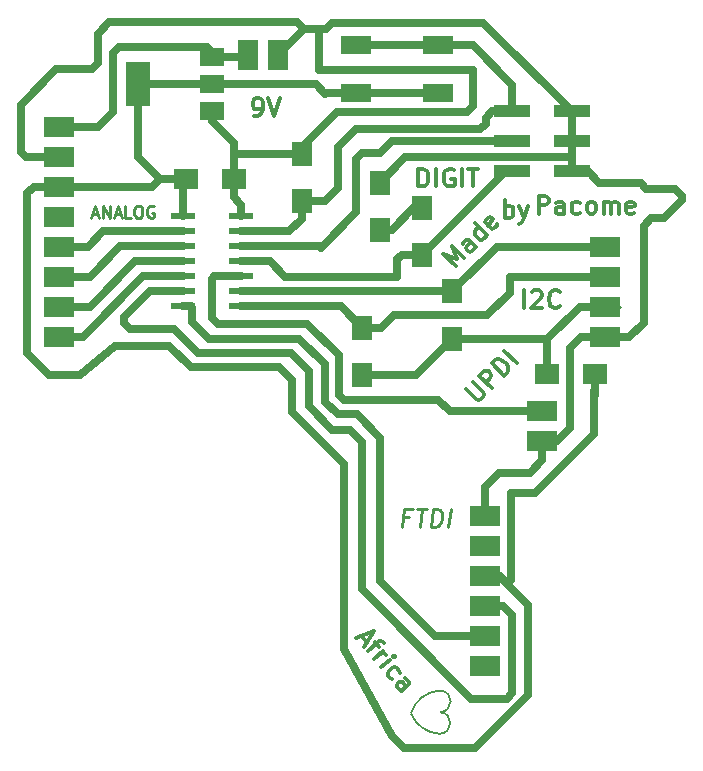
<source format=gbr>
%TF.GenerationSoftware,KiCad,Pcbnew,(6.0.0)*%
%TF.CreationDate,2022-03-10T16:25:04+01:00*%
%TF.ProjectId,ATtiny-hello,41547469-6e79-42d6-9865-6c6c6f2e6b69,rev?*%
%TF.SameCoordinates,Original*%
%TF.FileFunction,Copper,L1,Top*%
%TF.FilePolarity,Positive*%
%FSLAX46Y46*%
G04 Gerber Fmt 4.6, Leading zero omitted, Abs format (unit mm)*
G04 Created by KiCad (PCBNEW (6.0.0)) date 2022-03-10 16:25:04*
%MOMM*%
%LPD*%
G01*
G04 APERTURE LIST*
%TA.AperFunction,NonConductor*%
%ADD10C,0.200000*%
%TD*%
%ADD11C,0.300000*%
%TA.AperFunction,NonConductor*%
%ADD12C,0.300000*%
%TD*%
%ADD13C,0.250000*%
%TA.AperFunction,NonConductor*%
%ADD14C,0.250000*%
%TD*%
%TA.AperFunction,SMDPad,CuDef*%
%ADD15R,2.500000X1.700000*%
%TD*%
%TA.AperFunction,SMDPad,CuDef*%
%ADD16R,2.000000X1.500000*%
%TD*%
%TA.AperFunction,SMDPad,CuDef*%
%ADD17R,2.000000X3.800000*%
%TD*%
%TA.AperFunction,SMDPad,CuDef*%
%ADD18R,3.150000X1.000000*%
%TD*%
%TA.AperFunction,SMDPad,CuDef*%
%ADD19R,2.000000X1.700000*%
%TD*%
%TA.AperFunction,SMDPad,CuDef*%
%ADD20R,1.700000X2.000000*%
%TD*%
%TA.AperFunction,SMDPad,CuDef*%
%ADD21R,2.500000X1.500000*%
%TD*%
%TA.AperFunction,SMDPad,CuDef*%
%ADD22R,2.000000X0.600000*%
%TD*%
%TA.AperFunction,SMDPad,CuDef*%
%ADD23R,1.700000X2.500000*%
%TD*%
%TA.AperFunction,Conductor*%
%ADD24C,0.700000*%
%TD*%
%TA.AperFunction,Conductor*%
%ADD25C,0.250000*%
%TD*%
G04 APERTURE END LIST*
D10*
X36114967Y16910378D02*
G75*
G03*
X38502567Y15233978I2563771J1112971D01*
G01*
X38553367Y15233977D02*
G75*
G03*
X38602031Y17057871I-40799J913685D01*
G01*
X38527967Y18891578D02*
G75*
G03*
X36114967Y17011978I186649J-2728302D01*
G01*
X38578767Y17062777D02*
G75*
G03*
X38627431Y18886671I-40799J913685D01*
G01*
D11*
D12*
X40755155Y44416661D02*
X41613784Y43558031D01*
X41765307Y43507524D01*
X41866323Y43507524D01*
X42017845Y43558031D01*
X42219876Y43760062D01*
X42270384Y43911585D01*
X42270384Y44012600D01*
X42219876Y44164123D01*
X41361246Y45022753D01*
X42926983Y44467169D02*
X41866323Y45527829D01*
X42270384Y45931890D01*
X42421906Y45982398D01*
X42522922Y45982398D01*
X42674445Y45931890D01*
X42825967Y45780367D01*
X42876475Y45628844D01*
X42876475Y45527829D01*
X42825967Y45376306D01*
X42421906Y44972245D01*
X43987643Y45527829D02*
X42926983Y46588489D01*
X43179521Y46841027D01*
X43381551Y46942043D01*
X43583582Y46942043D01*
X43735105Y46891535D01*
X43987643Y46740012D01*
X44139166Y46588489D01*
X44290689Y46335951D01*
X44341196Y46184428D01*
X44341196Y45982398D01*
X44240181Y45780367D01*
X43987643Y45527829D01*
X45048303Y46588489D02*
X43987643Y47649149D01*
D11*
D12*
X39913194Y54800417D02*
X38852534Y55861077D01*
X39963702Y55457016D01*
X39559641Y56568184D01*
X40620301Y55507524D01*
X41579946Y56467169D02*
X41024362Y57022753D01*
X40872839Y57073260D01*
X40721316Y57022753D01*
X40519286Y56820722D01*
X40468778Y56669199D01*
X41529438Y56517676D02*
X41478930Y56366154D01*
X41226392Y56113615D01*
X41074869Y56063108D01*
X40923347Y56113615D01*
X40822331Y56214631D01*
X40771824Y56366154D01*
X40822331Y56517676D01*
X41074869Y56770215D01*
X41125377Y56921737D01*
X42539591Y57426814D02*
X41478930Y58487474D01*
X42489083Y57477321D02*
X42438575Y57325798D01*
X42236545Y57123768D01*
X42085022Y57073260D01*
X41984007Y57073260D01*
X41832484Y57123768D01*
X41529438Y57426814D01*
X41478930Y57578337D01*
X41478930Y57679352D01*
X41529438Y57830875D01*
X41731469Y58032905D01*
X41882991Y58083413D01*
X43398220Y58386459D02*
X43347713Y58234936D01*
X43145682Y58032905D01*
X42994159Y57982398D01*
X42842636Y58032905D01*
X42438575Y58436966D01*
X42388068Y58588489D01*
X42438575Y58740012D01*
X42640606Y58942043D01*
X42792129Y58992550D01*
X42943652Y58942043D01*
X43044667Y58841027D01*
X42640606Y58234936D01*
D11*
D12*
X45687951Y51273496D02*
X45687951Y52773496D01*
X46330808Y52630639D02*
X46402237Y52702068D01*
X46545094Y52773496D01*
X46902237Y52773496D01*
X47045094Y52702068D01*
X47116522Y52630639D01*
X47187951Y52487782D01*
X47187951Y52344925D01*
X47116522Y52130639D01*
X46259379Y51273496D01*
X47187951Y51273496D01*
X48687951Y51416353D02*
X48616522Y51344925D01*
X48402237Y51273496D01*
X48259379Y51273496D01*
X48045094Y51344925D01*
X47902237Y51487782D01*
X47830808Y51630639D01*
X47759379Y51916353D01*
X47759379Y52130639D01*
X47830808Y52416353D01*
X47902237Y52559210D01*
X48045094Y52702068D01*
X48259379Y52773496D01*
X48402237Y52773496D01*
X48616522Y52702068D01*
X48687951Y52630639D01*
D11*
D12*
X36723665Y61573496D02*
X36723665Y63073496D01*
X37080808Y63073496D01*
X37295094Y63002068D01*
X37437951Y62859210D01*
X37509379Y62716353D01*
X37580808Y62430639D01*
X37580808Y62216353D01*
X37509379Y61930639D01*
X37437951Y61787782D01*
X37295094Y61644925D01*
X37080808Y61573496D01*
X36723665Y61573496D01*
X38223665Y61573496D02*
X38223665Y63073496D01*
X39723665Y63002068D02*
X39580808Y63073496D01*
X39366522Y63073496D01*
X39152237Y63002068D01*
X39009379Y62859210D01*
X38937951Y62716353D01*
X38866522Y62430639D01*
X38866522Y62216353D01*
X38937951Y61930639D01*
X39009379Y61787782D01*
X39152237Y61644925D01*
X39366522Y61573496D01*
X39509379Y61573496D01*
X39723665Y61644925D01*
X39795094Y61716353D01*
X39795094Y62216353D01*
X39509379Y62216353D01*
X40437951Y61573496D02*
X40437951Y63073496D01*
X40937951Y63073496D02*
X41795094Y63073496D01*
X41366522Y61573496D02*
X41366522Y63073496D01*
D11*
D12*
X22845828Y67520428D02*
X23131542Y67520428D01*
X23274400Y67591857D01*
X23345828Y67663285D01*
X23488685Y67877571D01*
X23560114Y68163285D01*
X23560114Y68734714D01*
X23488685Y68877571D01*
X23417257Y68949000D01*
X23274400Y69020428D01*
X22988685Y69020428D01*
X22845828Y68949000D01*
X22774400Y68877571D01*
X22702971Y68734714D01*
X22702971Y68377571D01*
X22774400Y68234714D01*
X22845828Y68163285D01*
X22988685Y68091857D01*
X23274400Y68091857D01*
X23417257Y68163285D01*
X23488685Y68234714D01*
X23560114Y68377571D01*
X23988685Y69020428D02*
X24488685Y67520428D01*
X24988685Y69020428D01*
D11*
D12*
X46916522Y59273496D02*
X46916522Y60773496D01*
X47487951Y60773496D01*
X47630808Y60702068D01*
X47702237Y60630639D01*
X47773665Y60487782D01*
X47773665Y60273496D01*
X47702237Y60130639D01*
X47630808Y60059210D01*
X47487951Y59987782D01*
X46916522Y59987782D01*
X49059379Y59273496D02*
X49059379Y60059210D01*
X48987951Y60202068D01*
X48845094Y60273496D01*
X48559379Y60273496D01*
X48416522Y60202068D01*
X49059379Y59344925D02*
X48916522Y59273496D01*
X48559379Y59273496D01*
X48416522Y59344925D01*
X48345094Y59487782D01*
X48345094Y59630639D01*
X48416522Y59773496D01*
X48559379Y59844925D01*
X48916522Y59844925D01*
X49059379Y59916353D01*
X50416522Y59344925D02*
X50273665Y59273496D01*
X49987951Y59273496D01*
X49845094Y59344925D01*
X49773665Y59416353D01*
X49702237Y59559210D01*
X49702237Y59987782D01*
X49773665Y60130639D01*
X49845094Y60202068D01*
X49987951Y60273496D01*
X50273665Y60273496D01*
X50416522Y60202068D01*
X51273665Y59273496D02*
X51130808Y59344925D01*
X51059379Y59416353D01*
X50987951Y59559210D01*
X50987951Y59987782D01*
X51059379Y60130639D01*
X51130808Y60202068D01*
X51273665Y60273496D01*
X51487951Y60273496D01*
X51630808Y60202068D01*
X51702237Y60130639D01*
X51773665Y59987782D01*
X51773665Y59559210D01*
X51702237Y59416353D01*
X51630808Y59344925D01*
X51487951Y59273496D01*
X51273665Y59273496D01*
X52416522Y59273496D02*
X52416522Y60273496D01*
X52416522Y60130639D02*
X52487951Y60202068D01*
X52630808Y60273496D01*
X52845094Y60273496D01*
X52987951Y60202068D01*
X53059379Y60059210D01*
X53059379Y59273496D01*
X53059379Y60059210D02*
X53130808Y60202068D01*
X53273665Y60273496D01*
X53487951Y60273496D01*
X53630808Y60202068D01*
X53702237Y60059210D01*
X53702237Y59273496D01*
X54987951Y59344925D02*
X54845094Y59273496D01*
X54559379Y59273496D01*
X54416522Y59344925D01*
X54345094Y59487782D01*
X54345094Y60059210D01*
X54416522Y60202068D01*
X54559379Y60273496D01*
X54845094Y60273496D01*
X54987951Y60202068D01*
X55059379Y60059210D01*
X55059379Y59916353D01*
X54345094Y59773496D01*
D11*
D12*
X31878276Y23534786D02*
X32337410Y22987612D01*
X31458144Y23368741D02*
X32928605Y23949900D01*
X32100932Y22602697D01*
X33050630Y23026614D02*
X33417937Y22588875D01*
X32422326Y22219674D02*
X33407240Y23046116D01*
X33562588Y23083225D01*
X33709133Y23019703D01*
X33800959Y22910268D01*
X32973287Y21563065D02*
X33739331Y22205852D01*
X33520461Y22022199D02*
X33675810Y22059308D01*
X33776440Y22050504D01*
X33922985Y21986983D01*
X34014811Y21877548D01*
X33570161Y20851738D02*
X34336205Y21494525D01*
X34719227Y21815919D02*
X34618597Y21824723D01*
X34609793Y21724092D01*
X34710423Y21715288D01*
X34719227Y21815919D01*
X34609793Y21724092D01*
X34497233Y19858019D02*
X34350689Y19921541D01*
X34167035Y20140411D01*
X34129926Y20295759D01*
X34138730Y20396390D01*
X34202251Y20542934D01*
X34530556Y20818415D01*
X34685904Y20855524D01*
X34786535Y20846720D01*
X34933079Y20783198D01*
X35116733Y20564329D01*
X35153842Y20408980D01*
X35268957Y18827192D02*
X35870849Y19332239D01*
X35934370Y19478783D01*
X35897261Y19634132D01*
X35713607Y19853002D01*
X35567063Y19916523D01*
X35323674Y18873105D02*
X35177130Y18936627D01*
X34947563Y19210214D01*
X34910454Y19365562D01*
X34973975Y19512107D01*
X35083410Y19603933D01*
X35238758Y19641043D01*
X35385303Y19577521D01*
X35614870Y19303934D01*
X35761414Y19240412D01*
D11*
D12*
X44059379Y58935228D02*
X44059379Y60435228D01*
X44059379Y59863800D02*
X44202237Y59935228D01*
X44487951Y59935228D01*
X44630808Y59863800D01*
X44702237Y59792371D01*
X44773665Y59649514D01*
X44773665Y59220942D01*
X44702237Y59078085D01*
X44630808Y59006657D01*
X44487951Y58935228D01*
X44202237Y58935228D01*
X44059379Y59006657D01*
X45273665Y59935228D02*
X45630808Y58935228D01*
X45987951Y59935228D02*
X45630808Y58935228D01*
X45487951Y58578085D01*
X45416522Y58506657D01*
X45273665Y58435228D01*
D13*
D14*
X9115752Y59218533D02*
X9591942Y59218533D01*
X9020514Y58932819D02*
X9353847Y59932819D01*
X9687180Y58932819D01*
X10020514Y58932819D02*
X10020514Y59932819D01*
X10591942Y58932819D01*
X10591942Y59932819D01*
X11020514Y59218533D02*
X11496704Y59218533D01*
X10925276Y58932819D02*
X11258609Y59932819D01*
X11591942Y58932819D01*
X12401466Y58932819D02*
X11925276Y58932819D01*
X11925276Y59932819D01*
X12925276Y59932819D02*
X13115752Y59932819D01*
X13210990Y59885200D01*
X13306228Y59789961D01*
X13353847Y59599485D01*
X13353847Y59266152D01*
X13306228Y59075676D01*
X13210990Y58980438D01*
X13115752Y58932819D01*
X12925276Y58932819D01*
X12830038Y58980438D01*
X12734800Y59075676D01*
X12687180Y59266152D01*
X12687180Y59599485D01*
X12734800Y59789961D01*
X12830038Y59885200D01*
X12925276Y59932819D01*
X14306228Y59885200D02*
X14210990Y59932819D01*
X14068133Y59932819D01*
X13925276Y59885200D01*
X13830038Y59789961D01*
X13782419Y59694723D01*
X13734800Y59504247D01*
X13734800Y59361390D01*
X13782419Y59170914D01*
X13830038Y59075676D01*
X13925276Y58980438D01*
X14068133Y58932819D01*
X14163371Y58932819D01*
X14306228Y58980438D01*
X14353847Y59028057D01*
X14353847Y59361390D01*
X14163371Y59361390D01*
D13*
D14*
X35944156Y33559210D02*
X35444156Y33559210D01*
X35345942Y32773496D02*
X35533442Y34273496D01*
X36247728Y34273496D01*
X36604870Y34273496D02*
X37462013Y34273496D01*
X36845942Y32773496D02*
X37033442Y34273496D01*
X37774513Y32773496D02*
X37962013Y34273496D01*
X38319156Y34273496D01*
X38524513Y34202068D01*
X38649513Y34059210D01*
X38703085Y33916353D01*
X38738799Y33630639D01*
X38712013Y33416353D01*
X38604870Y33130639D01*
X38515585Y32987782D01*
X38354870Y32844925D01*
X38131656Y32773496D01*
X37774513Y32773496D01*
X39274513Y32773496D02*
X39462013Y34273496D01*
D15*
%TO.P,J2,1,UPDI*%
%TO.N,/UPDI*%
X47193200Y42519600D03*
%TO.P,J2,2,GND*%
%TO.N,/GND*%
X47193200Y39979600D03*
%TD*%
D16*
%TO.P,U1,1,GND*%
%TO.N,/GND*%
X19253200Y67919600D03*
D17*
%TO.P,U1,2,VO*%
%TO.N,/5V*%
X12953200Y70219600D03*
D16*
X19253200Y70219600D03*
%TO.P,U1,3,VI*%
%TO.N,/9V*%
X19253200Y72519600D03*
%TD*%
D15*
%TO.P,J4,1,Pin_1*%
%TO.N,/PA7*%
X6313200Y48859600D03*
%TO.P,J4,2,Pin_2*%
%TO.N,/PA6*%
X6313200Y51399600D03*
%TO.P,J4,3,Pin_3*%
%TO.N,/PA5*%
X6313200Y53939600D03*
%TO.P,J4,4,Pin_4*%
%TO.N,/PA4*%
X6313200Y56479600D03*
%TO.P,J4,5,Pin_5*%
%TO.N,/GND*%
X6313200Y59019600D03*
%TO.P,J4,6,Pin_6*%
%TO.N,/5V*%
X6313200Y61559600D03*
%TO.P,J4,7,Pin_7*%
%TO.N,/GND*%
X6313200Y64099600D03*
%TO.P,J4,8,Pin_8*%
%TO.N,/9V*%
X6313200Y66639600D03*
%TD*%
D18*
%TO.P,J5,1,Pin_1*%
%TO.N,/PA3*%
X44683200Y67919600D03*
%TO.P,J5,2,Pin_2*%
%TO.N,/GND*%
X49733200Y67919600D03*
%TO.P,J5,3,Pin_3*%
%TO.N,/PA2*%
X44683200Y65379600D03*
%TO.P,J5,4,Pin_4*%
%TO.N,/GND*%
X49733200Y65379600D03*
%TO.P,J5,5,Pin_5*%
%TO.N,/PA1*%
X44683200Y62839600D03*
%TO.P,J5,6,Pin_6*%
%TO.N,/GND*%
X49733200Y62839600D03*
%TD*%
D19*
%TO.P,C1,1*%
%TO.N,/GND*%
X21094200Y62204600D03*
%TO.P,C1,2*%
%TO.N,/5V*%
X17094200Y62204600D03*
%TD*%
D15*
%TO.P,J1,1,GND*%
%TO.N,/GND*%
X42353200Y33629600D03*
%TO.P,J1,2,CTS*%
%TO.N,unconnected-(J1-Pad2)*%
X42353200Y31089600D03*
%TO.P,J1,3,VCC*%
%TO.N,/5V*%
X42353200Y28549600D03*
%TO.P,J1,4,TX*%
%TO.N,/TX*%
X42353200Y26009600D03*
%TO.P,J1,5,RX*%
%TO.N,/RX*%
X42353200Y23469600D03*
%TO.P,J1,6,RTS*%
%TO.N,unconnected-(J1-Pad6)*%
X42353200Y20929600D03*
%TD*%
D20*
%TO.P,R2,1*%
%TO.N,Net-(D1-Pad2)*%
X37033200Y59759600D03*
%TO.P,R2,2*%
%TO.N,/PA1*%
X37033200Y55759600D03*
%TD*%
D21*
%TO.P,SW1,1,1*%
%TO.N,/PA3*%
X38430200Y73507600D03*
X31430200Y73507600D03*
%TO.P,SW1,2,2*%
%TO.N,/5V*%
X38430200Y69507600D03*
X31430200Y69507600D03*
%TD*%
D20*
%TO.P,D1,1,K*%
%TO.N,/GND*%
X33453200Y61899600D03*
%TO.P,D1,2,A*%
%TO.N,Net-(D1-Pad2)*%
X33453200Y57899600D03*
%TD*%
%TO.P,R3,1*%
%TO.N,/SCL*%
X39573200Y52679600D03*
%TO.P,R3,2*%
%TO.N,/5V*%
X39573200Y48679600D03*
%TD*%
D22*
%TO.P,U2,1,VCC*%
%TO.N,/5V*%
X16778200Y59029600D03*
%TO.P,U2,2,PA4*%
%TO.N,/PA4*%
X16778200Y57759600D03*
%TO.P,U2,3,PA5*%
%TO.N,/PA5*%
X16778200Y56489600D03*
%TO.P,U2,4,PA6/DAC*%
%TO.N,/PA6*%
X16778200Y55219600D03*
%TO.P,U2,5,PA7*%
%TO.N,/PA7*%
X16778200Y53949600D03*
%TO.P,U2,6,PB3/RXD*%
%TO.N,/TX*%
X16778200Y52679600D03*
%TO.P,U2,7,PB2/TXD*%
%TO.N,/RX*%
X16778200Y51409600D03*
%TO.P,U2,8,PB1/SDA*%
%TO.N,/SDA*%
X21728200Y51409600D03*
%TO.P,U2,9,PB0/SCL*%
%TO.N,/SCL*%
X21728200Y52679600D03*
%TO.P,U2,10,~{RESET}/UPDI/PA0*%
%TO.N,/UPDI*%
X21728200Y53949600D03*
%TO.P,U2,11,PA1*%
%TO.N,/PA1*%
X21728200Y55219600D03*
%TO.P,U2,12,PA2*%
%TO.N,/PA2*%
X21728200Y56489600D03*
%TO.P,U2,13,PA3/SCK*%
%TO.N,/PA3*%
X21728200Y57759600D03*
%TO.P,U2,14,GND*%
%TO.N,/GND*%
X21728200Y59029600D03*
%TD*%
D23*
%TO.P,J3,1*%
%TO.N,/9V*%
X22321200Y72731600D03*
%TO.P,J3,2*%
%TO.N,/GND*%
X24861200Y72731600D03*
%TD*%
D20*
%TO.P,R4,1*%
%TO.N,/5V*%
X31953200Y45599600D03*
%TO.P,R4,2*%
%TO.N,/SDA*%
X31953200Y49599600D03*
%TD*%
%TO.P,R1,1*%
%TO.N,/GND*%
X26873200Y64299600D03*
%TO.P,R1,2*%
%TO.N,/PA3*%
X26873200Y60299600D03*
%TD*%
D15*
%TO.P,J6,1,Pin_1*%
%TO.N,/SCL*%
X52513200Y56479600D03*
%TO.P,J6,2,Pin_2*%
%TO.N,/SDA*%
X52513200Y53939600D03*
%TO.P,J6,3,Pin_3*%
%TO.N,/5V*%
X52513200Y51399600D03*
%TO.P,J6,4,Pin_4*%
%TO.N,/GND*%
X52513200Y48859600D03*
%TD*%
D19*
%TO.P,REF\u002A\u002A,1*%
%TO.N,/5V*%
X47657000Y45720000D03*
%TO.P,REF\u002A\u002A,2*%
X51657000Y45720000D03*
%TD*%
D24*
%TO.N,/GND*%
X3463530Y64099600D02*
X3072530Y64490600D01*
X49733200Y63957200D02*
X49631600Y64058800D01*
X52513200Y48859600D02*
X50510600Y48859600D01*
X42353200Y33629600D02*
X42353200Y36155600D01*
X46151800Y37338000D02*
X47193200Y38379400D01*
X9572530Y74490600D02*
X10572530Y75490600D01*
X55803800Y50038000D02*
X55803800Y58242200D01*
X21728200Y60015600D02*
X21728200Y59029600D01*
X55549800Y61874400D02*
X52019200Y61874400D01*
X21094200Y64149600D02*
X21094200Y62204600D01*
X49631600Y64058800D02*
X35612400Y64058800D01*
X40844200Y67899600D02*
X41344200Y68399600D01*
X28899769Y74899600D02*
X29452237Y75452068D01*
X54493000Y48859600D02*
X54559200Y48793400D01*
X28344200Y71399600D02*
X28344200Y74899600D01*
X28344200Y74899600D02*
X28899769Y74899600D01*
X58470800Y61391800D02*
X56032400Y61391800D01*
X19253200Y67919600D02*
X19253200Y67099600D01*
X49733200Y63957200D02*
X49733200Y67919600D01*
X3072530Y64490600D02*
X3072530Y68490600D01*
X28344200Y74899600D02*
X27029200Y74899600D01*
X35612400Y64058800D02*
X33453200Y61899600D01*
X50510600Y48859600D02*
X49570280Y47919280D01*
X41344200Y71399600D02*
X28344200Y71399600D01*
X59080400Y60452000D02*
X59080400Y60782200D01*
X47193200Y38379400D02*
X47193200Y39979600D01*
X6072530Y71490600D02*
X9072530Y71490600D01*
D25*
X21028200Y59029600D02*
X21728200Y59029600D01*
D24*
X26873200Y64928600D02*
X29844200Y67899600D01*
X26873200Y64299600D02*
X26873200Y64928600D01*
X57531000Y58902600D02*
X59080400Y60452000D01*
X56464200Y58902600D02*
X57531000Y58902600D01*
X49570280Y41086680D02*
X48463200Y39979600D01*
X52019200Y61874400D02*
X51054000Y62839600D01*
X59080400Y60782200D02*
X58470800Y61391800D01*
X3072530Y68490600D02*
X6072530Y71490600D01*
X54559200Y48793400D02*
X55803800Y50038000D01*
X19253200Y67099600D02*
X21094200Y65258600D01*
X9072530Y71490600D02*
X9572530Y71990600D01*
X21094200Y60649600D02*
X21728200Y60015600D01*
X21244200Y64299600D02*
X26873200Y64299600D01*
X26438200Y75490600D02*
X27029200Y74899600D01*
X55803800Y58242200D02*
X56464200Y58902600D01*
X51054000Y62839600D02*
X49733200Y62839600D01*
X41344200Y68399600D02*
X41344200Y71399600D01*
X56032400Y61391800D02*
X55549800Y61874400D01*
X29452237Y75452068D02*
X42200732Y75452068D01*
D25*
X49225200Y67919600D02*
X49733200Y67919600D01*
D24*
X43535600Y37338000D02*
X46151800Y37338000D01*
X42353200Y36155600D02*
X43535600Y37338000D01*
X10572530Y75490600D02*
X26438200Y75490600D01*
X21094200Y62204600D02*
X21094200Y60649600D01*
X49733200Y62839600D02*
X49733200Y63957200D01*
X29844200Y67899600D02*
X40844200Y67899600D01*
X21094200Y64149600D02*
X21244200Y64299600D01*
X42200732Y75452068D02*
X49733200Y67919600D01*
X52513200Y48859600D02*
X54493000Y48859600D01*
X6313200Y64099600D02*
X3463530Y64099600D01*
X49570280Y47919280D02*
X49570280Y41086680D01*
X9572530Y71990600D02*
X9572530Y74490600D01*
X27029200Y74899600D02*
X24861200Y72731600D01*
X21094200Y65258600D02*
X21094200Y64149600D01*
X48463200Y39979600D02*
X47193200Y39979600D01*
%TO.N,/PA4*%
X10058400Y57759600D02*
X8778400Y56479600D01*
X8778400Y56479600D02*
X6313200Y56479600D01*
X16778200Y57759600D02*
X10058400Y57759600D01*
%TO.N,/PA5*%
X8930800Y53939600D02*
X6313200Y53939600D01*
X16778200Y56489600D02*
X11480800Y56489600D01*
X11480800Y56489600D02*
X8930800Y53939600D01*
%TO.N,/PA6*%
X16778200Y55219600D02*
X12725400Y55219600D01*
X8890000Y51384200D02*
X8874600Y51399600D01*
X12725400Y55219600D02*
X8890000Y51384200D01*
X8874600Y51399600D02*
X6313200Y51399600D01*
%TO.N,/PA7*%
X8295800Y48859600D02*
X6313200Y48859600D01*
D25*
X6313200Y48859600D02*
X7178200Y48859600D01*
D24*
X13385800Y53949600D02*
X8295800Y48859600D01*
X16778200Y53949600D02*
X13385800Y53949600D01*
%TO.N,/TX*%
X31952237Y27452068D02*
X41206800Y18197505D01*
X31952237Y39952068D02*
X31952237Y27452068D01*
X44653200Y18653031D02*
X44653200Y25273000D01*
X13995400Y52679600D02*
X11811000Y50495200D01*
X16778200Y52679600D02*
X13995400Y52679600D01*
X44197674Y18197505D02*
X44653200Y18653031D01*
X43916600Y26009600D02*
X42353200Y26009600D01*
X15999705Y49504600D02*
X18052237Y47452068D01*
X27452237Y42944559D02*
X29444728Y40952068D01*
X29444728Y40952068D02*
X30952237Y40952068D01*
X41206800Y18197505D02*
X44197674Y18197505D01*
X18052237Y47452068D02*
X25952237Y47452068D01*
X11811000Y50495200D02*
X11811000Y50038000D01*
X27452237Y45952068D02*
X27452237Y42944559D01*
X44653200Y25273000D02*
X43916600Y26009600D01*
X12344400Y49504600D02*
X15999705Y49504600D01*
X30952237Y40952068D02*
X31952237Y39952068D01*
X25952237Y47452068D02*
X27452237Y45952068D01*
X11811000Y50038000D02*
X12344400Y49504600D01*
%TO.N,/RX*%
X17551400Y51308000D02*
X17551400Y50063400D01*
X31496000Y42265600D02*
X33451800Y40309800D01*
X38176200Y23469600D02*
X42353200Y23469600D01*
X16778200Y51409600D02*
X17449800Y51409600D01*
X26652237Y48652068D02*
X28803600Y46500705D01*
X28803600Y46500705D02*
X28803600Y43357800D01*
D25*
X42353200Y23469600D02*
X41097200Y23469600D01*
D24*
X17449800Y51409600D02*
X17551400Y51308000D01*
X29895800Y42265600D02*
X31496000Y42265600D01*
X33451800Y28194000D02*
X38176200Y23469600D01*
X17551400Y50063400D02*
X18962732Y48652068D01*
X33451800Y40309800D02*
X33451800Y28194000D01*
X28803600Y43357800D02*
X29895800Y42265600D01*
X18962732Y48652068D02*
X26652237Y48652068D01*
%TO.N,/SDA*%
X44450000Y52552600D02*
X44450000Y53924200D01*
X30143200Y51409600D02*
X31953200Y49599600D01*
X33572200Y49599600D02*
X34645600Y50673000D01*
X44450000Y53924200D02*
X44465400Y53939600D01*
X31953200Y49599600D02*
X33572200Y49599600D01*
X21728200Y51409600D02*
X30143200Y51409600D01*
X44465400Y53939600D02*
X52513200Y53939600D01*
X42570400Y50673000D02*
X44450000Y52552600D01*
X34645600Y50673000D02*
X42570400Y50673000D01*
%TO.N,/SCL*%
X43373200Y56479600D02*
X52513200Y56479600D01*
X21728200Y52679600D02*
X39573200Y52679600D01*
X39573200Y52679600D02*
X43373200Y56479600D01*
%TO.N,/UPDI*%
X27314732Y49952068D02*
X29997400Y47269400D01*
X38404800Y43510200D02*
X39395400Y42519600D01*
X21728200Y53949600D02*
X19431000Y53949600D01*
X30403800Y43510200D02*
X38404800Y43510200D01*
X19752237Y49952068D02*
X27314732Y49952068D01*
X19431000Y53949600D02*
X19253200Y53771800D01*
X29997400Y43916600D02*
X30403800Y43510200D01*
X39395400Y42519600D02*
X47193200Y42519600D01*
X19253200Y53771800D02*
X19253200Y50451105D01*
X19253200Y50451105D02*
X19752237Y49952068D01*
X29997400Y47269400D02*
X29997400Y43916600D01*
%TO.N,/PA1*%
X21728200Y55219600D02*
X24133200Y55219600D01*
D25*
X37033200Y55759600D02*
X37603200Y55759600D01*
D24*
X34953200Y55399600D02*
X35313200Y55759600D01*
X44683200Y62839600D02*
X44113200Y62839600D01*
X44113200Y62839600D02*
X37033200Y55759600D01*
X35313200Y55759600D02*
X37033200Y55759600D01*
X24133200Y55219600D02*
X25453200Y53899600D01*
X25453200Y53899600D02*
X34953200Y53899600D01*
X34953200Y53899600D02*
X34953200Y55399600D01*
%TO.N,/PA2*%
X33453200Y64399600D02*
X31953200Y64399600D01*
X44683200Y65379600D02*
X34973200Y65379600D01*
X34453200Y65399600D02*
X33453200Y64399600D01*
X31453200Y63899600D02*
X31453200Y59399600D01*
X31453200Y59399600D02*
X28453200Y56399600D01*
X28363200Y56489600D02*
X21728200Y56489600D01*
X28453200Y56399600D02*
X28363200Y56489600D01*
X31953200Y64399600D02*
X31453200Y63899600D01*
X34973200Y65379600D02*
X34953200Y65399600D01*
X34953200Y65399600D02*
X34453200Y65399600D01*
%TO.N,/PA3*%
X44683200Y67919600D02*
X44683200Y70169600D01*
X29953200Y61399600D02*
X29953200Y64899600D01*
D25*
X38430200Y73507600D02*
X39095200Y73507600D01*
D24*
X28853200Y60299600D02*
X29953200Y61399600D01*
X44683200Y70169600D02*
X41345200Y73507600D01*
X31453200Y66399600D02*
X41953200Y66399600D01*
X31430200Y73507600D02*
X38430200Y73507600D01*
X21728200Y57759600D02*
X25813200Y57759600D01*
X26873200Y60299600D02*
X28853200Y60299600D01*
X42973200Y67919600D02*
X44683200Y67919600D01*
X41345200Y73507600D02*
X38430200Y73507600D01*
X26873200Y58819600D02*
X26873200Y60299600D01*
X42453200Y66899600D02*
X42453200Y67399600D01*
X25813200Y57759600D02*
X26873200Y58819600D01*
X42453200Y67399600D02*
X42973200Y67919600D01*
X41953200Y66399600D02*
X42453200Y66899600D01*
X29953200Y64899600D02*
X31453200Y66399600D01*
%TO.N,/9V*%
X19253200Y72519600D02*
X22109200Y72519600D01*
X19253200Y72990600D02*
X19253200Y72519600D01*
X9584200Y66639600D02*
X10844200Y67899600D01*
D25*
X22053200Y72999600D02*
X22321200Y72731600D01*
D24*
X18844200Y73399600D02*
X19253200Y72990600D01*
X6313200Y66639600D02*
X9584200Y66639600D01*
X22109200Y72519600D02*
X22321200Y72731600D01*
X10844200Y67899600D02*
X10844200Y72899600D01*
X11344200Y73399600D02*
X18844200Y73399600D01*
X10844200Y72899600D02*
X11344200Y73399600D01*
%TO.N,/5V*%
X51638200Y40589200D02*
X51638200Y44221400D01*
D25*
X53832600Y51399600D02*
X52513200Y51399600D01*
X14427200Y61569600D02*
X14332700Y61475100D01*
D24*
X41486386Y13986217D02*
X46050200Y18550031D01*
X44272200Y27914600D02*
X43637200Y28549600D01*
X28024200Y70219600D02*
X28844200Y69399600D01*
X44577000Y28219400D02*
X44577000Y35585400D01*
D25*
X44272200Y27889200D02*
X43611800Y28549600D01*
D24*
X24952237Y46252068D02*
X26052237Y45152068D01*
X6313200Y61559600D02*
X4155600Y61559600D01*
D25*
X14312900Y61683900D02*
X14427200Y61569600D01*
D24*
X11002821Y48080489D02*
X11031242Y48052068D01*
X47650903Y48679600D02*
X50370903Y51399600D01*
X19253200Y70219600D02*
X28024200Y70219600D01*
X28952200Y69507600D02*
X38430200Y69507600D01*
X12953200Y70219600D02*
X19253200Y70219600D01*
D25*
X51374200Y51399600D02*
X52513200Y51399600D01*
D24*
X46634400Y35585400D02*
X51638200Y40589200D01*
X51657000Y43923200D02*
X51657000Y45720000D01*
D25*
X42353200Y28549600D02*
X43637200Y28549600D01*
D24*
X36493200Y45599600D02*
X39573200Y48679600D01*
X26052237Y42452068D02*
X30452237Y38052068D01*
X14833600Y62204600D02*
X14312900Y61683900D01*
X34470593Y15008607D02*
X35492983Y13986217D01*
D25*
X14248200Y61559600D02*
X14332700Y61475100D01*
D24*
X6313200Y61559600D02*
X14188600Y61559600D01*
X16778200Y61888600D02*
X17094200Y62204600D01*
X39573200Y48679600D02*
X47650903Y48679600D01*
X44577000Y35585400D02*
X46634400Y35585400D01*
X47650903Y48679600D02*
X47657000Y48673503D01*
X15652237Y48052068D02*
X17452237Y46252068D01*
X31953200Y45599600D02*
X36493200Y45599600D01*
X30452237Y22372790D02*
X34470593Y15008607D01*
X12953200Y64085000D02*
X12953200Y70219600D01*
X16778200Y59029600D02*
X16778200Y61888600D01*
X28844200Y69399600D02*
X28952200Y69507600D01*
X3632200Y61036200D02*
X3632200Y47472600D01*
X47657000Y48673503D02*
X47657000Y45720000D01*
X50370903Y51399600D02*
X52513200Y51399600D01*
X35492983Y13986217D02*
X41486386Y13986217D01*
X5486400Y45618400D02*
X8043995Y45618400D01*
X11031242Y48052068D02*
X15652237Y48052068D01*
X3632200Y47472600D02*
X5486400Y45618400D01*
X46050200Y26136600D02*
X44272200Y27914600D01*
X44272200Y27914600D02*
X44577000Y28219400D01*
X17452237Y46252068D02*
X24952237Y46252068D01*
X26052237Y45152068D02*
X26052237Y42452068D01*
D25*
X43611800Y28549600D02*
X42353200Y28549600D01*
D24*
X8043995Y45618400D02*
X11002821Y48080489D01*
X4155600Y61559600D02*
X3632200Y61036200D01*
X46050200Y18550031D02*
X46050200Y26136600D01*
X14833600Y62204600D02*
X12953200Y64085000D01*
X30452237Y38052068D02*
X30452237Y22372790D01*
X14188600Y61559600D02*
X14312900Y61683900D01*
X17094200Y62204600D02*
X14833600Y62204600D01*
%TO.N,Net-(D1-Pad2)*%
X37033200Y59759600D02*
X36313200Y59759600D01*
X36313200Y59759600D02*
X34453200Y57899600D01*
X36493200Y60299600D02*
X37033200Y59759600D01*
X34453200Y57899600D02*
X33453200Y57899600D01*
%TD*%
M02*

</source>
